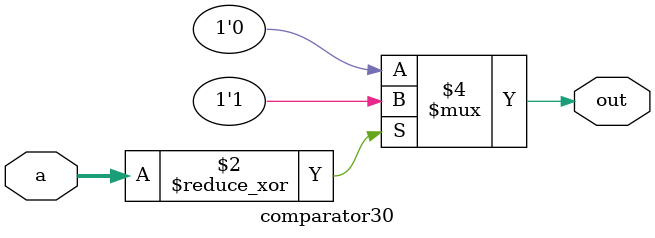
<source format=v>
module comparator30 (
    input wire [3:0] a,
    output reg out
);

    always @(*) begin
        out = (^a == 1'b1) ? 1'b1 : 1'b0;
    end
    
endmodule

</source>
